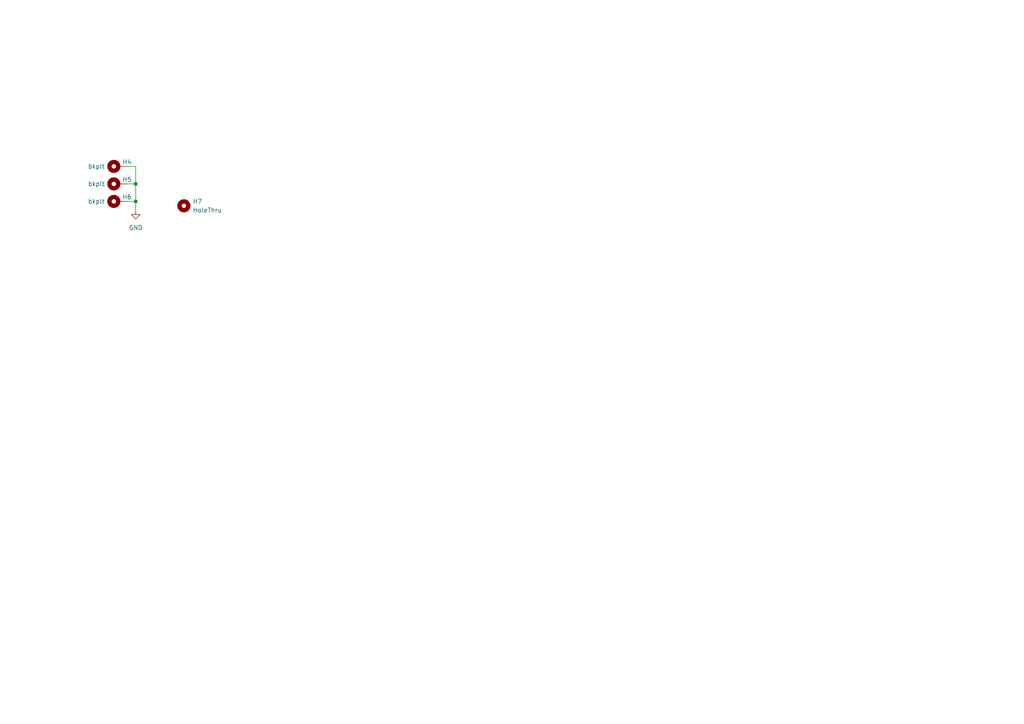
<source format=kicad_sch>
(kicad_sch (version 20211123) (generator eeschema)
  (paper "A4")
  (lib_symbols
    (symbol "Mechanical:MountingHole" (pin_names (offset 1.016))
      (property "Reference" "H" (at 0 5.08 0))
      (property "Value" "MountingHole" (at 0 3.175 0))
      (symbol "MountingHole_0_1"
        (circle (center 0 0) (radius 1.27) (stroke (width 1.27)))
      )
    )
    (symbol "Mechanical:MountingHole_Pad" (pin_numbers hide) (pin_names (offset 1.016) hide)
      (property "Reference" "H" (at 0 6.35 0))
      (property "Value" "MountingHole_Pad" (at 0 4.445 0))
      (symbol "MountingHole_Pad_0_1"
        (circle (center 0 1.27) (radius 1.27) (stroke (width 1.27)))
      )
      (symbol "MountingHole_Pad_1_1"
        (pin input line (at 0 -2.54 90) (length 2.54) (name "1") (number "1"))
      )
    )
    (symbol "power:GND" (power) (pin_names (offset 0))
      (property "Value" "GND" (at 0 -3.81 0))
      (symbol "GND_0_1"
        (polyline (pts (xy 0 0) (xy 0 -1.27) (xy 1.27 -1.27) (xy 0 -2.54) (xy -1.27 -1.27) (xy 0 -1.27)))
      )
      (symbol "GND_1_1"
        (pin power_in line (at 0 0 270) (length 0) hide (name "GND") (number "1"))
      )
    )
  )
  (junction (at 39.37 58.42))
  (junction (at 39.37 53.34))
  (wire (pts (xy 36.83 53.34) (xy 39.37 53.34)))
  (wire (pts (xy 39.37 53.34) (xy 39.37 58.42)))
  (wire (pts (xy 39.37 58.42) (xy 39.37 60.96)))
  (wire (pts (xy 39.37 48.26) (xy 39.37 53.34)))
  (wire (pts (xy 36.83 58.42) (xy 39.37 58.42)))
  (wire (pts (xy 36.83 48.26) (xy 39.37 48.26)))
  (symbol (lib_id "power:GND") (at 39.37 60.96 0) (unit 1)
    (property "Reference" "#PWR01" (effects hide))
    (property "Value" "GND" (at 39.37 66.04 0))
  )
  (symbol (lib_id "Mechanical:MountingHole_Pad") (at 34.29 48.26 90) (unit 1)
    (property "Reference" "H4" (at 36.83 46.99 90))
    (property "Value" "bkplt" (at 27.94 48.26 90))
    (property "Footprint" "MountingHole:MountingHole_3.2mm_M3_DIN965_Pad" (effects hide))
  )
  (symbol (lib_id "Mechanical:MountingHole") (at 53.34 59.69 0) (unit 1)
    (property "Reference" "H7" (at 55.88 58.4199 0) (effects (justify left)))
    (property "Value" "HoleThru" (at 55.88 60.9599 0) (effects (justify left)))
    (property "Footprint" "MountingHole:MountingHole_4.3mm_M4" (effects hide))
  )
  (symbol (lib_id "Mechanical:MountingHole_Pad") (at 34.29 58.42 90) (unit 1)
    (property "Reference" "H6" (at 36.83 57.15 90))
    (property "Value" "bkplt" (at 27.94 58.42 90))
    (property "Footprint" "MountingHole:MountingHole_3.2mm_M3_DIN965_Pad" (effects hide))
  )
  (symbol (lib_id "Mechanical:MountingHole_Pad") (at 34.29 53.34 90) (unit 1)
    (property "Reference" "H5" (at 36.83 52.07 90))
    (property "Value" "bkplt" (at 27.94 53.34 90))
    (property "Footprint" "MountingHole:MountingHole_3.2mm_M3_DIN965_Pad" (effects hide))
  )
)
</source>
